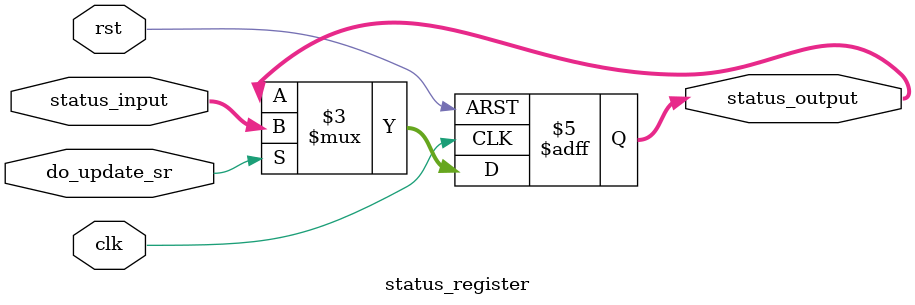
<source format=v>
module status_register(
    input               clk,
    input               rst,
    input       [3:0]   status_input,
    input               do_update_sr,

    output reg  [3:0]   status_output
);

    always @(negedge clk, posedge rst) begin
        if(rst)                 status_output <= 4'b0;
        else if(do_update_sr)   status_output <= status_input;
        else                    status_output <= status_output;
    end

endmodule
</source>
